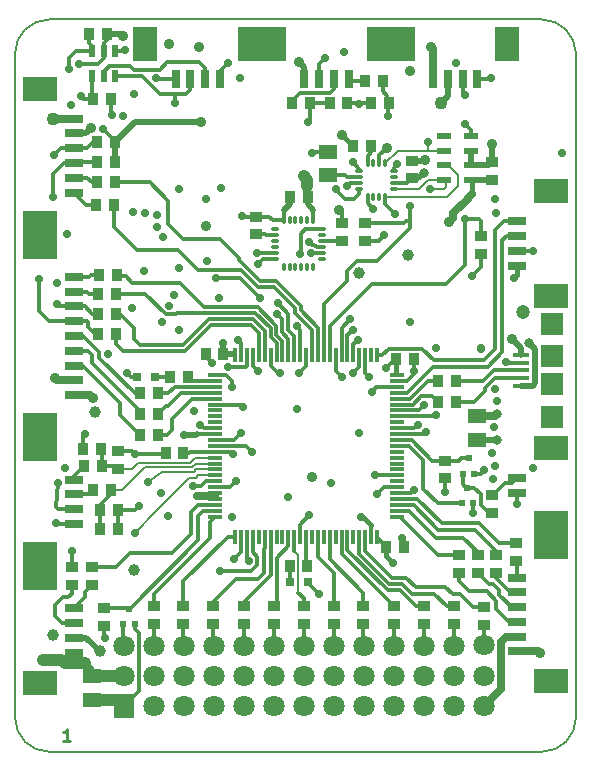
<source format=gbr>
G04 (created by PCBNEW (2013-may-18)-stable) date Ne 10. listopad 2013, 11:38:45 CET*
%MOIN*%
G04 Gerber Fmt 3.4, Leading zero omitted, Abs format*
%FSLAX34Y34*%
G01*
G70*
G90*
G04 APERTURE LIST*
%ADD10C,0.00590551*%
%ADD11C,0.00984252*%
%ADD12R,0.0512X0.0118*%
%ADD13R,0.0118X0.0512*%
%ADD14C,0.0708661*%
%ADD15R,0.0708661X0.0787*%
%ADD16R,0.0236X0.0394*%
%ADD17R,0.019685X0.023622*%
%ADD18R,0.0354X0.0394*%
%ADD19R,0.0394X0.0354*%
%ADD20R,0.0629921X0.0314961*%
%ADD21R,0.11811X0.0826772*%
%ADD22R,0.0826772X0.11811*%
%ADD23R,0.0314961X0.0629921*%
%ADD24R,0.0472X0.0236*%
%ADD25O,0.0315X0.011811*%
%ADD26O,0.011811X0.0315*%
%ADD27R,0.0314X0.0314*%
%ADD28R,0.0747X0.0747*%
%ADD29R,0.0531X0.0157*%
%ADD30R,0.053X0.0157*%
%ADD31R,0.059X0.0472*%
%ADD32R,0.059X0.0473*%
%ADD33C,0.0275591*%
%ADD34C,0.0393701*%
%ADD35C,0.0354331*%
%ADD36C,0.0314961*%
%ADD37C,0.0433071*%
%ADD38C,0.0472441*%
%ADD39C,0.011811*%
%ADD40C,0.019685*%
%ADD41C,0.015748*%
%ADD42C,0.0275591*%
%ADD43C,0.0393701*%
%ADD44C,0.00787402*%
G04 APERTURE END LIST*
G54D10*
G54D11*
X1643Y167D02*
X1419Y167D01*
X1531Y167D02*
X1531Y561D01*
X1494Y504D01*
X1456Y467D01*
X1419Y448D01*
G54D10*
X-196Y944D02*
G75*
G03X944Y-196I1141J0D01*
G74*
G01*
X944Y24212D02*
X17362Y24212D01*
X-196Y944D02*
X-196Y23070D01*
X17362Y-196D02*
X944Y-196D01*
X18503Y23070D02*
X18503Y944D01*
X17362Y-196D02*
G75*
G03X18503Y944I0J1141D01*
G74*
G01*
X944Y24212D02*
G75*
G03X-196Y23070I0J-1141D01*
G74*
G01*
X18503Y23070D02*
G75*
G03X17362Y24212I-1141J0D01*
G74*
G01*
G54D12*
X6485Y11772D03*
X6485Y11575D03*
X6485Y11378D03*
X6485Y11181D03*
X6485Y10984D03*
X6485Y12362D03*
X6485Y12165D03*
X6485Y11969D03*
X6485Y9213D03*
X6485Y9016D03*
X6485Y8819D03*
X6485Y8622D03*
X6485Y8425D03*
X6485Y8228D03*
X6485Y8031D03*
X6485Y7835D03*
G54D13*
X8523Y6978D03*
X8720Y6978D03*
X8916Y6978D03*
X9113Y6978D03*
X9310Y6978D03*
X9507Y6978D03*
X9704Y6978D03*
X9901Y6978D03*
X11672Y6978D03*
X11869Y6978D03*
G54D12*
X12529Y7638D03*
X12529Y7835D03*
X12529Y8031D03*
X12529Y8228D03*
X12529Y8425D03*
X12529Y8622D03*
X6485Y10787D03*
X6485Y10591D03*
X6485Y10394D03*
X6485Y7638D03*
G54D13*
X7145Y6978D03*
X7342Y6978D03*
X10098Y6978D03*
X10294Y6978D03*
X10491Y6978D03*
G54D12*
X12529Y8819D03*
X12529Y9016D03*
X12529Y9213D03*
X6485Y10197D03*
X6485Y10000D03*
X6485Y9803D03*
X6485Y9606D03*
X6485Y9409D03*
G54D13*
X7538Y6978D03*
X7735Y6978D03*
X7932Y6978D03*
X8129Y6978D03*
X8326Y6978D03*
X10688Y6978D03*
X10885Y6978D03*
X11082Y6978D03*
X11279Y6978D03*
X11476Y6978D03*
G54D12*
X12529Y9409D03*
X12529Y9606D03*
X12529Y9803D03*
X12529Y10000D03*
X12529Y10197D03*
X12529Y10394D03*
X12529Y10591D03*
X12529Y10787D03*
X12529Y10984D03*
X12529Y11181D03*
X12529Y11378D03*
X12529Y11575D03*
X12529Y11772D03*
X12529Y11969D03*
X12529Y12165D03*
X12529Y12362D03*
G54D13*
X11869Y13022D03*
X11672Y13022D03*
X11476Y13022D03*
X11279Y13022D03*
X11082Y13022D03*
X10885Y13022D03*
X10688Y13022D03*
X10491Y13022D03*
X10294Y13022D03*
X10098Y13022D03*
X9901Y13022D03*
X9704Y13022D03*
X9507Y13022D03*
X9310Y13022D03*
X9113Y13022D03*
X8916Y13022D03*
X8720Y13022D03*
X8523Y13022D03*
X8326Y13022D03*
X8129Y13022D03*
X7932Y13022D03*
X7735Y13022D03*
X7538Y13022D03*
X7342Y13022D03*
X7145Y13022D03*
G54D14*
X15433Y3346D03*
X15433Y2342D03*
X15433Y1338D03*
G54D15*
X3425Y1340D03*
G54D14*
X3425Y2340D03*
X4425Y1340D03*
X4425Y2340D03*
X5425Y1340D03*
X5425Y2340D03*
X6425Y1340D03*
X6425Y2340D03*
X7425Y1340D03*
X7425Y2340D03*
X8425Y1340D03*
X8425Y2340D03*
X9425Y1340D03*
X9425Y2340D03*
X10425Y1340D03*
X10425Y2340D03*
X11425Y1340D03*
X11425Y2340D03*
X12425Y1340D03*
X12425Y2340D03*
X3425Y3340D03*
X4425Y3340D03*
X5425Y3340D03*
X6425Y3340D03*
X7425Y3340D03*
X8425Y3340D03*
X9425Y3340D03*
X10425Y3340D03*
X11425Y3340D03*
X12425Y3340D03*
X13425Y1340D03*
X13425Y2340D03*
X13425Y3340D03*
X14425Y1340D03*
X14429Y2342D03*
X14425Y3340D03*
G54D16*
X3130Y23171D03*
X2380Y23171D03*
X2755Y23171D03*
X2380Y22339D03*
X3130Y22339D03*
X2755Y22339D03*
G54D17*
X3405Y4055D03*
X3799Y4055D03*
X3602Y4566D03*
X14688Y8094D03*
X15082Y8094D03*
X14885Y8606D03*
X14724Y9074D03*
X15118Y9074D03*
X14921Y9586D03*
G54D18*
X2420Y21574D03*
X3012Y21574D03*
X12264Y21417D03*
X11672Y21417D03*
G54D19*
X16496Y6752D03*
X16496Y6160D03*
G54D18*
X2578Y13740D03*
X3170Y13740D03*
X2578Y14409D03*
X3170Y14409D03*
X2538Y18779D03*
X3130Y18779D03*
X2499Y18031D03*
X3091Y18031D03*
G54D19*
X14133Y9508D03*
X14133Y8916D03*
X4429Y4054D03*
X4429Y4646D03*
X14429Y4054D03*
X14429Y4646D03*
X13425Y4054D03*
X13425Y4646D03*
X12421Y4054D03*
X12421Y4646D03*
X10433Y4054D03*
X10433Y4646D03*
X11417Y4054D03*
X11417Y4646D03*
X9429Y4054D03*
X9429Y4646D03*
X8425Y4054D03*
X8425Y4646D03*
X7421Y4054D03*
X7421Y4646D03*
X6417Y4054D03*
X6417Y4646D03*
X5413Y4054D03*
X5413Y4646D03*
G54D18*
X10294Y21417D03*
X10886Y21417D03*
X2578Y15078D03*
X3170Y15078D03*
X2617Y15708D03*
X3209Y15708D03*
G54D19*
X14606Y6358D03*
X14606Y5766D03*
X15236Y6358D03*
X15236Y5766D03*
X15826Y6358D03*
X15826Y5766D03*
X2775Y4587D03*
X2775Y3995D03*
G54D18*
X9034Y21417D03*
X9626Y21417D03*
G54D19*
X15433Y4034D03*
X15433Y4626D03*
G54D18*
X2538Y19448D03*
X3130Y19448D03*
X2538Y20118D03*
X3130Y20118D03*
G54D19*
X15712Y7766D03*
X15712Y8358D03*
G54D18*
X2105Y9330D03*
X2697Y9330D03*
X3229Y7874D03*
X2637Y7874D03*
X2420Y8523D03*
X3012Y8523D03*
G54D19*
X3248Y9823D03*
X3248Y9231D03*
X1692Y5373D03*
X1692Y5965D03*
X2362Y5373D03*
X2362Y5965D03*
G54D18*
X14508Y11456D03*
X13916Y11456D03*
X14508Y12165D03*
X13916Y12165D03*
X4967Y12307D03*
X5559Y12307D03*
X8955Y5984D03*
X9547Y5984D03*
G54D20*
X1771Y15629D03*
X1771Y15137D03*
X1771Y14645D03*
X1771Y14153D03*
X1771Y13661D03*
X1771Y13169D03*
X1771Y12677D03*
X1771Y12185D03*
X1771Y11692D03*
G54D21*
X629Y16633D03*
X629Y10688D03*
X629Y21909D03*
X629Y17440D03*
G54D20*
X1771Y20905D03*
X1771Y20413D03*
X1771Y19921D03*
X1771Y19429D03*
X1771Y18937D03*
X1771Y18444D03*
G54D21*
X17677Y2145D03*
X17677Y6614D03*
G54D20*
X16535Y3149D03*
X16535Y3641D03*
X16535Y4133D03*
X16535Y4625D03*
X16535Y5118D03*
X16535Y5610D03*
G54D21*
X17677Y15000D03*
X17677Y18484D03*
G54D20*
X16535Y16003D03*
X16535Y16496D03*
X16535Y16988D03*
X16535Y17480D03*
G54D22*
X16220Y23385D03*
X12736Y23385D03*
G54D23*
X15216Y22244D03*
X14724Y22244D03*
X14232Y22244D03*
X13740Y22244D03*
G54D21*
X629Y9881D03*
X629Y6397D03*
G54D20*
X1771Y8877D03*
X1771Y8385D03*
X1771Y7893D03*
X1771Y7401D03*
G54D21*
X629Y5590D03*
X629Y2106D03*
G54D20*
X1771Y4586D03*
X1771Y4094D03*
X1771Y3602D03*
X1771Y3110D03*
G54D22*
X11929Y23385D03*
X8444Y23385D03*
G54D23*
X10925Y22244D03*
X10433Y22244D03*
X9940Y22244D03*
X9448Y22244D03*
G54D22*
X7637Y23385D03*
X4153Y23385D03*
G54D23*
X6633Y22244D03*
X6141Y22244D03*
X5649Y22244D03*
X5157Y22244D03*
G54D20*
X16535Y8444D03*
X16535Y8937D03*
G54D21*
X17677Y7440D03*
X17677Y9940D03*
G54D24*
X15018Y18858D03*
X15018Y19350D03*
X15018Y19842D03*
X15018Y20334D03*
X14112Y20334D03*
X14112Y19842D03*
X14112Y19350D03*
X14112Y18858D03*
G54D25*
X12421Y18562D03*
X12421Y18759D03*
X12421Y18956D03*
X12421Y19153D03*
G54D26*
X12145Y19428D03*
X11948Y19428D03*
X11751Y19428D03*
X11555Y19428D03*
G54D25*
X11279Y19153D03*
X11279Y18957D03*
X11279Y18760D03*
X11279Y18563D03*
G54D26*
X11555Y18287D03*
X11751Y18287D03*
X11948Y18287D03*
X12145Y18287D03*
G54D27*
X4468Y12311D03*
X3878Y12311D03*
X8976Y5452D03*
X9566Y5452D03*
G54D26*
X8759Y15945D03*
X8956Y15945D03*
X9153Y15945D03*
X9349Y15945D03*
X9546Y15945D03*
X9743Y15945D03*
G54D25*
X10038Y16240D03*
X10038Y16437D03*
X10038Y16634D03*
X10038Y16830D03*
X10038Y17027D03*
X10038Y17224D03*
G54D26*
X9743Y17519D03*
X9546Y17519D03*
X9349Y17519D03*
X9153Y17519D03*
X8956Y17519D03*
X8759Y17519D03*
G54D25*
X8464Y17224D03*
X8464Y17027D03*
X8464Y16830D03*
X8464Y16634D03*
X8464Y16437D03*
X8464Y16240D03*
G54D28*
X17716Y12047D03*
X17716Y12991D03*
X17716Y14074D03*
X17716Y10964D03*
G54D29*
X16663Y12007D03*
G54D30*
X16663Y12264D03*
X16663Y12519D03*
X16663Y12774D03*
X16663Y13031D03*
G54D31*
X2362Y2323D03*
G54D32*
X2362Y1535D03*
G54D31*
X10236Y19015D03*
G54D32*
X10236Y19803D03*
G54D31*
X15212Y10192D03*
G54D32*
X15212Y10980D03*
G54D19*
X10692Y16833D03*
X10692Y17425D03*
G54D18*
X11673Y20000D03*
X11081Y20000D03*
G54D19*
X15708Y18877D03*
X15708Y19469D03*
G54D18*
X2085Y9881D03*
X2677Y9881D03*
G54D19*
X7822Y17050D03*
X7822Y17642D03*
G54D18*
X9555Y18299D03*
X8963Y18299D03*
G54D19*
X13031Y18916D03*
X13031Y19508D03*
G54D18*
X12184Y6633D03*
X12776Y6633D03*
X2263Y23740D03*
X2855Y23740D03*
X4822Y9763D03*
X5414Y9763D03*
X6752Y13051D03*
X6160Y13051D03*
X12499Y12893D03*
X13091Y12893D03*
X3229Y7224D03*
X2637Y7224D03*
X11475Y22165D03*
X12067Y22165D03*
G54D19*
X11484Y16833D03*
X11484Y17425D03*
X15322Y16392D03*
X15322Y16984D03*
G54D18*
X3979Y11751D03*
X4571Y11751D03*
X3975Y11066D03*
X4567Y11066D03*
X3987Y10370D03*
X4579Y10370D03*
G54D33*
X15039Y15665D03*
X12118Y17015D03*
G54D34*
X2484Y11137D03*
X1070Y3692D03*
G54D35*
X6003Y20799D03*
X4948Y23409D03*
X3409Y23661D03*
G54D33*
X6732Y13425D03*
G54D35*
X6165Y17338D03*
G54D33*
X2744Y20559D03*
X11279Y21409D03*
X6177Y18224D03*
X1921Y22724D03*
X12177Y12610D03*
G54D36*
X15870Y10185D03*
G54D33*
X14122Y8452D03*
X15070Y7775D03*
X5433Y10354D03*
X5748Y8657D03*
X7590Y6169D03*
X2799Y3594D03*
X12409Y6106D03*
X5881Y8334D03*
G54D35*
X9437Y18988D03*
G54D33*
X11740Y17909D03*
G54D36*
X13440Y19110D03*
G54D35*
X14255Y17452D03*
X12956Y22507D03*
X2389Y11610D03*
G54D37*
X1062Y20905D03*
G54D35*
X5921Y23279D03*
X9283Y22803D03*
X13669Y23295D03*
X17299Y3090D03*
G54D34*
X748Y2874D03*
G54D38*
X16740Y14476D03*
G54D33*
X3791Y7110D03*
X4232Y8787D03*
X15830Y17763D03*
X11062Y13870D03*
X15799Y18228D03*
X10976Y14232D03*
X9559Y20807D03*
X4940Y14677D03*
X5114Y15035D03*
X12232Y21011D03*
X4720Y14133D03*
X6909Y12625D03*
X7027Y11956D03*
X7066Y9712D03*
X17070Y16480D03*
X10141Y22929D03*
X6901Y22751D03*
X4519Y22251D03*
G54D35*
X12200Y19940D03*
X13480Y19543D03*
G54D33*
X10874Y18665D03*
G54D35*
X15692Y20047D03*
X10594Y17862D03*
G54D33*
X7362Y17653D03*
G54D37*
X14015Y21437D03*
G54D33*
X11059Y19452D03*
X9720Y19763D03*
G54D34*
X12901Y16377D03*
X11287Y15748D03*
G54D33*
X7244Y13543D03*
X17059Y9267D03*
G54D35*
X1141Y12263D03*
X2342Y20598D03*
G54D33*
X6657Y18610D03*
X1551Y17055D03*
X1192Y15429D03*
X5287Y18547D03*
X5259Y15929D03*
X6192Y16161D03*
X3539Y12437D03*
X5271Y13858D03*
X2893Y13078D03*
X6377Y12755D03*
X1602Y22547D03*
X5767Y11169D03*
X18043Y19771D03*
X16421Y15590D03*
X12972Y14137D03*
G54D35*
X16366Y13559D03*
G54D33*
X16531Y8078D03*
X15354Y13248D03*
X13854Y13259D03*
X15452Y9200D03*
G54D36*
X15870Y11051D03*
G54D33*
X8897Y8307D03*
X9200Y11240D03*
X2125Y10381D03*
X3937Y7992D03*
X3818Y9724D03*
G54D34*
X3779Y5866D03*
X2637Y3149D03*
G54D33*
X11259Y10433D03*
X13098Y12496D03*
X7047Y7637D03*
G54D35*
X9708Y8960D03*
G54D33*
X9614Y7681D03*
X10354Y8771D03*
X9940Y5059D03*
X4657Y8444D03*
X4893Y7645D03*
X7165Y8818D03*
X5984Y10708D03*
X12712Y6940D03*
X7106Y6212D03*
X12547Y19397D03*
X12968Y18003D03*
X14496Y22767D03*
X4102Y15822D03*
X10759Y23133D03*
X4728Y16964D03*
X7299Y22263D03*
X4551Y17283D03*
X3755Y21720D03*
X4535Y17708D03*
X9665Y16433D03*
X9267Y12433D03*
X9311Y16409D03*
X7905Y12496D03*
X14799Y20744D03*
X14811Y17574D03*
X11350Y7629D03*
X10488Y18551D03*
G54D35*
X10696Y20358D03*
G54D33*
X7330Y10421D03*
X7708Y9811D03*
X1240Y8751D03*
X1181Y7440D03*
X1192Y14744D03*
X1059Y18279D03*
X610Y15578D03*
X1118Y19696D03*
X15677Y22267D03*
X14818Y21708D03*
X7397Y11303D03*
X5133Y21440D03*
X2003Y21657D03*
X11692Y11811D03*
X8645Y12444D03*
X3692Y14610D03*
X1677Y21358D03*
X3476Y23196D03*
X3023Y21035D03*
X3732Y17787D03*
X3401Y21007D03*
X4137Y17748D03*
X15759Y10618D03*
X11228Y13535D03*
X15712Y9755D03*
X10700Y12283D03*
X15870Y11480D03*
X13511Y10456D03*
X15818Y11885D03*
X13224Y10696D03*
X15748Y8881D03*
X11610Y12291D03*
X15818Y9326D03*
X11074Y12433D03*
X1700Y6503D03*
X6645Y5838D03*
X13566Y20141D03*
X9610Y16803D03*
X8555Y14755D03*
X12476Y17724D03*
X7893Y16074D03*
X6598Y14925D03*
X8539Y14385D03*
X13649Y18562D03*
X7858Y16437D03*
X6496Y15586D03*
X7964Y14940D03*
X9196Y13980D03*
X13846Y11027D03*
G54D36*
X16952Y13440D03*
G54D33*
X16173Y12795D03*
X13452Y11354D03*
X1476Y9263D03*
X11811Y9015D03*
X11877Y8405D03*
X13110Y8539D03*
G54D39*
X15322Y16392D02*
X15322Y15948D01*
X15322Y15948D02*
X15039Y15665D01*
X11484Y16833D02*
X11936Y16833D01*
X11936Y16833D02*
X12118Y17015D01*
G54D40*
X3130Y19448D02*
X3130Y20118D01*
X3130Y20118D02*
X3811Y20799D01*
X3811Y20799D02*
X6003Y20799D01*
X2855Y23740D02*
X3330Y23740D01*
X4948Y23409D02*
X4948Y23413D01*
X3330Y23740D02*
X3409Y23661D01*
X6752Y13404D02*
X6732Y13425D01*
X6752Y13404D02*
X6752Y13051D01*
G54D39*
X3130Y20118D02*
X3130Y20172D01*
X3130Y20172D02*
X2744Y20559D01*
X10886Y21417D02*
X11271Y21417D01*
X11287Y21417D02*
X11672Y21417D01*
X11279Y21409D02*
X11287Y21417D01*
X11271Y21417D02*
X11279Y21409D01*
X2755Y23171D02*
X2755Y22917D01*
X2562Y22724D02*
X1921Y22724D01*
X2755Y22917D02*
X2562Y22724D01*
X2755Y23171D02*
X2755Y23429D01*
X2855Y23528D02*
X2855Y23740D01*
X2755Y23429D02*
X2855Y23528D01*
X12499Y12893D02*
X12460Y12893D01*
X12460Y12893D02*
X12177Y12610D01*
G54D40*
X15212Y10192D02*
X15862Y10192D01*
X15862Y10192D02*
X15870Y10185D01*
G54D39*
X14133Y8916D02*
X14133Y8464D01*
X14133Y8464D02*
X14122Y8452D01*
X15082Y8094D02*
X15082Y7787D01*
X15082Y7787D02*
X15070Y7775D01*
G54D40*
X5866Y10394D02*
X5826Y10354D01*
X5826Y10354D02*
X5433Y10354D01*
G54D39*
X6485Y10394D02*
X5866Y10394D01*
X6485Y8819D02*
X6165Y8819D01*
X6003Y8657D02*
X5748Y8657D01*
X6165Y8819D02*
X6003Y8657D01*
X7538Y6220D02*
X7590Y6169D01*
X7538Y6978D02*
X7538Y6220D01*
X2775Y3995D02*
X2775Y3618D01*
X2775Y3618D02*
X2799Y3594D01*
G54D41*
X12184Y6633D02*
X12184Y6331D01*
X12184Y6331D02*
X12409Y6106D01*
G54D39*
X6485Y8425D02*
X6485Y8228D01*
X6485Y8228D02*
X6484Y8229D01*
X6484Y8229D02*
X6484Y8338D01*
G54D42*
X6484Y8338D02*
X6480Y8334D01*
X6480Y8334D02*
X5881Y8334D01*
G54D39*
X7145Y13022D02*
X7096Y13022D01*
G54D40*
X7096Y13022D02*
X7066Y13051D01*
X7066Y13051D02*
X6752Y13051D01*
G54D41*
X12499Y12893D02*
X12499Y12436D01*
G54D39*
X12496Y12395D02*
X12529Y12362D01*
X12496Y12433D02*
X12496Y12395D01*
G54D41*
X12499Y12436D02*
X12496Y12433D01*
G54D39*
X11869Y6978D02*
X11869Y6948D01*
X11869Y6948D02*
X12184Y6633D01*
G54D40*
X9555Y18644D02*
X9555Y18299D01*
X9547Y18653D02*
X9555Y18644D01*
G54D43*
X9547Y18877D02*
X9547Y18653D01*
X9437Y18988D02*
X9547Y18877D01*
G54D39*
X11555Y18287D02*
X11555Y18094D01*
X11555Y18094D02*
X11740Y17909D01*
G54D40*
X13247Y18916D02*
X13031Y18916D01*
X13440Y19110D02*
X13247Y18916D01*
G54D41*
X15035Y18841D02*
X15018Y18858D01*
X15035Y18409D02*
X15035Y18841D01*
G54D42*
X14897Y18271D02*
X15035Y18409D01*
X14897Y18244D02*
X14897Y18271D01*
X14413Y17759D02*
X14897Y18244D01*
X14413Y17610D02*
X14413Y17759D01*
X14255Y17452D02*
X14413Y17610D01*
G54D40*
X15708Y18877D02*
X15037Y18877D01*
X15037Y18877D02*
X15018Y18858D01*
G54D39*
X12421Y18759D02*
X12874Y18759D01*
X12874Y18759D02*
X13031Y18916D01*
X9743Y17519D02*
X9743Y17858D01*
G54D40*
X9743Y17858D02*
X9555Y18046D01*
X9555Y18046D02*
X9555Y18299D01*
G54D42*
X2307Y11692D02*
X1771Y11692D01*
X2389Y11610D02*
X2307Y11692D01*
X1062Y20905D02*
X1771Y20905D01*
G54D40*
X9448Y22637D02*
X9448Y22244D01*
X9283Y22803D02*
X9448Y22637D01*
G54D42*
X13740Y23224D02*
X13740Y22244D01*
X13669Y23295D02*
X13740Y23224D01*
X17299Y3090D02*
X17240Y3149D01*
X17240Y3149D02*
X16535Y3149D01*
G54D43*
X2125Y2755D02*
X1456Y2755D01*
X1338Y2874D02*
X748Y2874D01*
X1456Y2755D02*
X1338Y2874D01*
G54D40*
X2362Y2323D02*
X2362Y2519D01*
X2362Y2519D02*
X2125Y2755D01*
X2125Y2755D02*
X1771Y3110D01*
G54D43*
X3425Y2340D02*
X2379Y2340D01*
X2379Y2340D02*
X2362Y2323D01*
G54D44*
X6485Y9016D02*
X5913Y9016D01*
X4511Y7830D02*
X3791Y7110D01*
X5110Y8429D02*
X4511Y7830D01*
X5610Y8929D02*
X5110Y8429D01*
X5826Y8929D02*
X5610Y8929D01*
X5913Y9016D02*
X5826Y8929D01*
X6485Y9213D02*
X5848Y9213D01*
X4692Y9133D02*
X4232Y8787D01*
X5768Y9133D02*
X4692Y9133D01*
X5848Y9213D02*
X5768Y9133D01*
X6485Y9409D02*
X5826Y9409D01*
X3366Y8523D02*
X3012Y8523D01*
X4129Y9287D02*
X3366Y8523D01*
X5705Y9287D02*
X4129Y9287D01*
X5826Y9409D02*
X5705Y9287D01*
G54D39*
X2637Y7874D02*
X2637Y8030D01*
X3012Y8406D02*
X3012Y8523D01*
X2637Y8030D02*
X3012Y8406D01*
X2637Y7224D02*
X2637Y7874D01*
G54D44*
X6485Y9606D02*
X5806Y9606D01*
X3700Y9231D02*
X3248Y9231D01*
X3909Y9440D02*
X3700Y9231D01*
X5641Y9440D02*
X3909Y9440D01*
X5806Y9606D02*
X5641Y9440D01*
G54D39*
X2697Y9330D02*
X3148Y9330D01*
X3148Y9330D02*
X3248Y9231D01*
X2697Y9330D02*
X2697Y9862D01*
X2697Y9862D02*
X2677Y9881D01*
X10885Y13022D02*
X10885Y13692D01*
X10885Y13692D02*
X11062Y13870D01*
X10688Y13022D02*
X10688Y13944D01*
X10688Y13944D02*
X10976Y14232D01*
X6485Y11575D02*
X5712Y11575D01*
X4870Y10370D02*
X4579Y10370D01*
X5039Y10539D02*
X4870Y10370D01*
X5039Y10901D02*
X5039Y10539D01*
X5712Y11575D02*
X5039Y10901D01*
X6485Y11772D02*
X5331Y11772D01*
X4843Y11342D02*
X4567Y11066D01*
X4901Y11342D02*
X4843Y11342D01*
X5331Y11772D02*
X4901Y11342D01*
X6485Y11969D02*
X5126Y11969D01*
X4909Y11751D02*
X4571Y11751D01*
X5126Y11969D02*
X4909Y11751D01*
X8129Y13022D02*
X8129Y13839D01*
X3295Y14409D02*
X3170Y14409D01*
X3783Y13921D02*
X3295Y14409D01*
X3783Y13559D02*
X3783Y13921D01*
X3976Y13366D02*
X3783Y13559D01*
X5404Y13366D02*
X3976Y13366D01*
X6270Y14232D02*
X5404Y13366D01*
X7737Y14232D02*
X6270Y14232D01*
X8129Y13839D02*
X7737Y14232D01*
X7932Y13022D02*
X7932Y13763D01*
X3170Y13408D02*
X3170Y13740D01*
X3405Y13173D02*
X3170Y13408D01*
X5484Y13173D02*
X3405Y13173D01*
X6350Y14039D02*
X5484Y13173D01*
X7657Y14039D02*
X6350Y14039D01*
X7932Y13763D02*
X7657Y14039D01*
X14606Y6358D02*
X13900Y6358D01*
X12621Y7638D02*
X12529Y7638D01*
X13900Y6358D02*
X12621Y7638D01*
X15826Y6358D02*
X15826Y6507D01*
X12529Y8027D02*
X12529Y8031D01*
X13094Y8027D02*
X12529Y8027D01*
X13913Y7208D02*
X13094Y8027D01*
X15125Y7208D02*
X13913Y7208D01*
X15826Y6507D02*
X15125Y7208D01*
X16496Y6752D02*
X15940Y6752D01*
X13216Y8228D02*
X12529Y8228D01*
X14027Y7417D02*
X13216Y8228D01*
X15275Y7417D02*
X14027Y7417D01*
X15940Y6752D02*
X15275Y7417D01*
X15236Y6358D02*
X15236Y6456D01*
X12952Y7835D02*
X12529Y7835D01*
X13842Y6944D02*
X12952Y7835D01*
X14748Y6944D02*
X13842Y6944D01*
X15236Y6456D02*
X14748Y6944D01*
X8523Y13022D02*
X8523Y13413D01*
X4137Y15078D02*
X3170Y15078D01*
X4822Y14393D02*
X4137Y15078D01*
X5169Y14393D02*
X4822Y14393D01*
X5200Y14425D02*
X5169Y14393D01*
X7817Y14425D02*
X5200Y14425D01*
X8322Y13919D02*
X7817Y14425D01*
X8322Y13614D02*
X8322Y13919D01*
X8523Y13413D02*
X8322Y13614D01*
X8720Y13022D02*
X8720Y13495D01*
X3272Y15645D02*
X3209Y15708D01*
X3511Y15645D02*
X3272Y15645D01*
X3720Y15437D02*
X3511Y15645D01*
X5291Y15437D02*
X3720Y15437D01*
X6110Y14618D02*
X5291Y15437D01*
X7897Y14618D02*
X6110Y14618D01*
X8515Y13999D02*
X7897Y14618D01*
X8515Y13700D02*
X8515Y13999D01*
X8720Y13495D02*
X8515Y13700D01*
X9626Y21417D02*
X10294Y21417D01*
X9626Y20874D02*
X9626Y21417D01*
X9559Y20807D02*
X9626Y20874D01*
X12232Y21011D02*
X12232Y21385D01*
X12067Y21826D02*
X12067Y22165D01*
X12220Y21673D02*
X12067Y21826D01*
X12220Y21396D02*
X12220Y21673D01*
X12232Y21385D02*
X12220Y21396D01*
X12232Y21011D02*
X12264Y21044D01*
X7538Y13022D02*
X7538Y12660D01*
X7503Y12625D02*
X6909Y12625D01*
X7538Y12660D02*
X7503Y12625D01*
X6485Y12362D02*
X6826Y12362D01*
X7027Y12161D02*
X7027Y11956D01*
X6826Y12362D02*
X7027Y12161D01*
X16535Y16496D02*
X17055Y16496D01*
X6976Y9803D02*
X6485Y9803D01*
X7066Y9712D02*
X6976Y9803D01*
X17055Y16496D02*
X17070Y16480D01*
X5414Y9763D02*
X5614Y9763D01*
X5653Y9803D02*
X6485Y9803D01*
X5614Y9763D02*
X5653Y9803D01*
X11869Y13022D02*
X12053Y13022D01*
X16118Y17480D02*
X16535Y17480D01*
X15818Y17181D02*
X16118Y17480D01*
X15818Y13236D02*
X15818Y17181D01*
X15433Y12850D02*
X15818Y13236D01*
X13763Y12850D02*
X15433Y12850D01*
X13377Y13236D02*
X13763Y12850D01*
X12267Y13236D02*
X13377Y13236D01*
X12053Y13022D02*
X12267Y13236D01*
X12529Y11772D02*
X12866Y11772D01*
X16188Y16988D02*
X16535Y16988D01*
X16047Y16846D02*
X16188Y16988D01*
X16047Y13122D02*
X16047Y16846D01*
X15562Y12637D02*
X16047Y13122D01*
X13732Y12637D02*
X15562Y12637D01*
X12866Y11772D02*
X13732Y12637D01*
X9940Y22728D02*
X10141Y22929D01*
X9940Y22728D02*
X9940Y22244D01*
X6633Y22484D02*
X6901Y22751D01*
X6633Y22484D02*
X6633Y22244D01*
X4527Y22244D02*
X4519Y22251D01*
X5157Y22244D02*
X4527Y22244D01*
X11948Y19428D02*
X11948Y19688D01*
X11948Y19688D02*
X12200Y19940D01*
G54D40*
X13031Y19508D02*
X13445Y19508D01*
X13445Y19508D02*
X13480Y19543D01*
G54D39*
X11279Y18760D02*
X10968Y18760D01*
X10968Y18760D02*
X10874Y18665D01*
G54D40*
X15018Y19350D02*
X15018Y19842D01*
X15018Y19350D02*
X15589Y19350D01*
X15692Y19453D02*
X15692Y20047D01*
X15589Y19350D02*
X15692Y19453D01*
G54D39*
X10692Y17425D02*
X10692Y17763D01*
X10692Y17763D02*
X10594Y17862D01*
X7822Y17642D02*
X7373Y17642D01*
X7373Y17642D02*
X7362Y17653D01*
G54D40*
X14232Y22244D02*
X14232Y21653D01*
X14232Y21653D02*
X14015Y21437D01*
G54D39*
X11279Y19153D02*
X11279Y19231D01*
X11279Y19231D02*
X11059Y19452D01*
X10236Y19803D02*
X9760Y19803D01*
X9760Y19803D02*
X9720Y19763D01*
X7342Y13444D02*
X7244Y13543D01*
X7342Y13444D02*
X7342Y13022D01*
X7822Y17642D02*
X8270Y17642D01*
X8394Y17519D02*
X8759Y17519D01*
X8270Y17642D02*
X8394Y17519D01*
X8759Y17519D02*
X8759Y17866D01*
G54D40*
X8963Y18070D02*
X8963Y18299D01*
X8759Y17866D02*
X8963Y18070D01*
G54D42*
X1771Y12185D02*
X1220Y12185D01*
X1220Y12185D02*
X1141Y12263D01*
G54D40*
X2177Y20413D02*
X2342Y20598D01*
X2177Y20413D02*
X1771Y20413D01*
G54D39*
X6661Y18606D02*
X6657Y18610D01*
X5259Y15929D02*
X5263Y15929D01*
X6192Y16161D02*
X6196Y16161D01*
X3665Y12311D02*
X3878Y12311D01*
X3539Y12437D02*
X3665Y12311D01*
X5263Y13866D02*
X5259Y13866D01*
X5271Y13858D02*
X5263Y13866D01*
X6160Y12973D02*
X6377Y12755D01*
X6160Y12973D02*
X6160Y13051D01*
X2380Y23171D02*
X1841Y23171D01*
X1602Y22933D02*
X1602Y22547D01*
X1841Y23171D02*
X1602Y22933D01*
X2380Y23171D02*
X2380Y23315D01*
X2263Y23433D02*
X2263Y23740D01*
X2380Y23315D02*
X2263Y23433D01*
X18043Y19771D02*
X18039Y19775D01*
G54D41*
X16535Y15704D02*
X16535Y16003D01*
X16421Y15590D02*
X16535Y15704D01*
G54D40*
X16663Y13261D02*
X16366Y13559D01*
X16663Y13261D02*
X16663Y13031D01*
G54D39*
X16535Y8082D02*
X16531Y8078D01*
X16535Y8082D02*
X16535Y8444D01*
G54D42*
X15350Y13244D02*
X15350Y13240D01*
X15354Y13248D02*
X15350Y13244D01*
X16535Y3641D02*
X16185Y3641D01*
X16003Y1909D02*
X15433Y1338D01*
X16003Y3460D02*
X16003Y1909D01*
X16185Y3641D02*
X16003Y3460D01*
G54D39*
X15118Y9074D02*
X15326Y9074D01*
X15326Y9074D02*
X15452Y9200D01*
G54D42*
X15212Y10980D02*
X15799Y10980D01*
X15799Y10980D02*
X15870Y11051D01*
G54D40*
X9196Y11244D02*
X9196Y11275D01*
X9200Y11240D02*
X9196Y11244D01*
G54D39*
X2085Y9881D02*
X2085Y10341D01*
X2085Y10341D02*
X2125Y10381D01*
X3229Y7874D02*
X3818Y7874D01*
X3818Y7874D02*
X3937Y7992D01*
X3818Y9724D02*
X4782Y9724D01*
X4782Y9724D02*
X4822Y9763D01*
X3248Y9823D02*
X3719Y9823D01*
X3719Y9823D02*
X3818Y9724D01*
X3229Y7224D02*
X3229Y7874D01*
G54D40*
X1771Y3602D02*
X2185Y3602D01*
X2185Y3602D02*
X2637Y3149D01*
G54D43*
X2362Y1535D02*
X3230Y1535D01*
X3230Y1535D02*
X3425Y1340D01*
G54D39*
X12529Y12165D02*
X12873Y12165D01*
X13091Y12503D02*
X13098Y12496D01*
X13091Y12503D02*
X13091Y12893D01*
X13098Y12389D02*
X13098Y12496D01*
X12873Y12165D02*
X13098Y12389D01*
X9310Y7377D02*
X9614Y7681D01*
X9310Y6978D02*
X9310Y7377D01*
X3799Y4055D02*
X3799Y3885D01*
X3925Y1840D02*
X3425Y1340D01*
X3925Y3759D02*
X3925Y1840D01*
X3799Y3885D02*
X3925Y3759D01*
X9566Y5452D02*
X9566Y5433D01*
X9566Y5433D02*
X9940Y5059D01*
G54D40*
X4665Y8452D02*
X4665Y8468D01*
X4657Y8444D02*
X4665Y8452D01*
G54D39*
X6485Y8622D02*
X6968Y8622D01*
X6968Y8622D02*
X7165Y8818D01*
X6485Y10591D02*
X6101Y10591D01*
X6101Y10591D02*
X5984Y10708D01*
X12776Y6633D02*
X12776Y6877D01*
X12776Y6877D02*
X12712Y6940D01*
X7342Y6978D02*
X7342Y6449D01*
X7342Y6449D02*
X7106Y6212D01*
X9704Y13022D02*
X9704Y13862D01*
X3091Y17298D02*
X3091Y18031D01*
X3870Y16519D02*
X3091Y17298D01*
X5251Y16519D02*
X3870Y16519D01*
X5905Y15866D02*
X5251Y16519D01*
X7330Y15866D02*
X5905Y15866D01*
X7889Y15307D02*
X7330Y15866D01*
X8421Y15307D02*
X7889Y15307D01*
X9129Y14598D02*
X8421Y15307D01*
X9129Y14437D02*
X9129Y14598D01*
X9704Y13862D02*
X9129Y14437D01*
X9901Y13022D02*
X9901Y13937D01*
X4291Y18779D02*
X3130Y18779D01*
X4897Y18173D02*
X4291Y18779D01*
X4897Y17397D02*
X4897Y18173D01*
X5389Y16905D02*
X4897Y17397D01*
X6645Y16905D02*
X5389Y16905D01*
X7275Y16275D02*
X6645Y16905D01*
X7275Y16194D02*
X7275Y16275D01*
X7969Y15500D02*
X7275Y16194D01*
X8501Y15500D02*
X7969Y15500D01*
X9322Y14678D02*
X8501Y15500D01*
X9322Y14516D02*
X9322Y14678D01*
X9901Y13937D02*
X9322Y14516D01*
X11484Y17425D02*
X12756Y17425D01*
X12822Y17492D02*
X12968Y17492D01*
X12756Y17425D02*
X12822Y17492D01*
X10098Y13022D02*
X10098Y14744D01*
X12421Y19271D02*
X12421Y19153D01*
X12547Y19397D02*
X12421Y19271D01*
X12968Y17267D02*
X12968Y17492D01*
X12968Y17492D02*
X12968Y18003D01*
X11866Y16165D02*
X12968Y17267D01*
X11200Y16165D02*
X11866Y16165D01*
X10858Y15822D02*
X11200Y16165D01*
X10858Y15503D02*
X10858Y15822D01*
X10098Y14744D02*
X10858Y15503D01*
X4728Y16964D02*
X4724Y16964D01*
X4535Y17708D02*
X4527Y17716D01*
X9507Y13022D02*
X9507Y12673D01*
X9669Y16437D02*
X10038Y16437D01*
X9665Y16433D02*
X9669Y16437D01*
X9507Y12673D02*
X9267Y12433D01*
X7735Y13022D02*
X7735Y12665D01*
X9480Y17224D02*
X10038Y17224D01*
X9322Y17066D02*
X9480Y17224D01*
X9322Y16421D02*
X9322Y17066D01*
X9311Y16409D02*
X9322Y16421D01*
X7735Y12665D02*
X7905Y12496D01*
X15322Y16984D02*
X15322Y17511D01*
X15259Y17574D02*
X14811Y17574D01*
X15322Y17511D02*
X15259Y17574D01*
X10294Y13022D02*
X10294Y13995D01*
X15018Y20524D02*
X15018Y20334D01*
X14799Y20744D02*
X15018Y20524D01*
X14811Y16035D02*
X14811Y17574D01*
X14177Y15401D02*
X14811Y16035D01*
X11700Y15401D02*
X14177Y15401D01*
X10294Y13995D02*
X11700Y15401D01*
X11672Y6978D02*
X11672Y7374D01*
G54D41*
X11417Y7629D02*
X11350Y7629D01*
X11672Y7374D02*
X11417Y7629D01*
G54D39*
X10236Y19015D02*
X10803Y19015D01*
X10861Y18957D02*
X11279Y18957D01*
X10803Y19015D02*
X10861Y18957D01*
X11673Y20000D02*
X11673Y19788D01*
X11555Y19669D02*
X11555Y19428D01*
X11673Y19788D02*
X11555Y19669D01*
X10488Y18551D02*
X10618Y18413D01*
X11279Y18409D02*
X11279Y18563D01*
X11098Y18228D02*
X11279Y18409D01*
X10803Y18228D02*
X11098Y18228D01*
X10618Y18413D02*
X10803Y18228D01*
G54D41*
X11081Y20000D02*
X11055Y20000D01*
G54D39*
X10488Y18551D02*
X10488Y18551D01*
G54D41*
X11055Y20000D02*
X10696Y20358D01*
G54D39*
X8955Y5984D02*
X8955Y5473D01*
X8955Y5473D02*
X8976Y5452D01*
X4967Y12307D02*
X4472Y12307D01*
X4472Y12307D02*
X4468Y12311D01*
X6485Y10197D02*
X7106Y10197D01*
X7106Y10197D02*
X7330Y10421D01*
X6485Y10000D02*
X7519Y10000D01*
X7519Y10000D02*
X7708Y9811D01*
X10038Y16830D02*
X10689Y16830D01*
X10689Y16830D02*
X10692Y16833D01*
X7822Y17050D02*
X8154Y17050D01*
X8177Y17027D02*
X8464Y17027D01*
X8154Y17050D02*
X8177Y17027D01*
X15433Y4034D02*
X15433Y3346D01*
X3405Y4055D02*
X3405Y3360D01*
X3405Y3360D02*
X3425Y3340D01*
X4429Y4054D02*
X4429Y3344D01*
X4429Y3344D02*
X4425Y3340D01*
X5413Y4054D02*
X5413Y3352D01*
X5413Y3352D02*
X5425Y3340D01*
X6417Y4054D02*
X6417Y3348D01*
X6417Y3348D02*
X6425Y3340D01*
X7421Y4054D02*
X7421Y3344D01*
X7421Y3344D02*
X7425Y3340D01*
X14429Y4054D02*
X14429Y3344D01*
X14429Y3344D02*
X14425Y3340D01*
X11475Y22165D02*
X11003Y22165D01*
X11003Y22165D02*
X10925Y22244D01*
X9034Y21417D02*
X9034Y21499D01*
X10433Y21893D02*
X10433Y22244D01*
X10314Y21775D02*
X10433Y21893D01*
X9311Y21775D02*
X10314Y21775D01*
X9034Y21499D02*
X9311Y21775D01*
X3979Y11751D02*
X3799Y11751D01*
X2082Y13661D02*
X1771Y13661D01*
X2614Y13129D02*
X2082Y13661D01*
X2614Y12937D02*
X2614Y13129D01*
X3799Y11751D02*
X2614Y12937D01*
X3975Y11066D02*
X3975Y11170D01*
X2232Y13169D02*
X1771Y13169D01*
X2377Y13023D02*
X2232Y13169D01*
X2377Y12767D02*
X2377Y13023D01*
X3975Y11170D02*
X2377Y12767D01*
X3987Y10370D02*
X3964Y10370D01*
X2066Y12677D02*
X1771Y12677D01*
X3318Y11425D02*
X2066Y12677D01*
X3318Y11015D02*
X3318Y11425D01*
X3964Y10370D02*
X3318Y11015D01*
X1771Y8385D02*
X2282Y8385D01*
X2282Y8385D02*
X2420Y8523D01*
X1771Y8877D02*
X1771Y8996D01*
X1771Y8996D02*
X2105Y9330D01*
X1240Y7893D02*
X1771Y7893D01*
X1181Y7952D02*
X1240Y7893D01*
X1240Y8751D02*
X1181Y7952D01*
X1220Y7401D02*
X1771Y7401D01*
X1181Y7440D02*
X1220Y7401D01*
X2617Y15708D02*
X2354Y15708D01*
X2275Y15629D02*
X1771Y15629D01*
X2354Y15708D02*
X2275Y15629D01*
X2499Y18031D02*
X2185Y18031D01*
X2185Y18031D02*
X1771Y18444D01*
X2538Y18779D02*
X2370Y18779D01*
X2212Y18937D02*
X1771Y18937D01*
X2370Y18779D02*
X2212Y18937D01*
X1771Y15137D02*
X2208Y15137D01*
X2267Y15078D02*
X2578Y15078D01*
X2208Y15137D02*
X2267Y15078D01*
X1771Y19429D02*
X1437Y19429D01*
X1291Y14645D02*
X1771Y14645D01*
X1192Y14744D02*
X1291Y14645D01*
X1059Y19051D02*
X1059Y18279D01*
X1437Y19429D02*
X1059Y19051D01*
X1771Y14645D02*
X2141Y14645D01*
X2141Y14645D02*
X2377Y14409D01*
X2377Y14409D02*
X2578Y14409D01*
X2538Y19448D02*
X1791Y19448D01*
X1791Y19448D02*
X1771Y19429D01*
X1771Y19921D02*
X1342Y19921D01*
X944Y14153D02*
X1771Y14153D01*
X614Y14484D02*
X944Y14153D01*
X614Y15574D02*
X614Y14484D01*
X610Y15578D02*
X614Y15574D01*
X1342Y19921D02*
X1118Y19696D01*
X2578Y13740D02*
X2468Y13740D01*
X2468Y13740D02*
X2251Y13956D01*
X2251Y13956D02*
X2251Y14118D01*
X2251Y14118D02*
X2216Y14153D01*
X2216Y14153D02*
X1771Y14153D01*
X2538Y20118D02*
X2409Y20118D01*
X2212Y19921D02*
X1771Y19921D01*
X2409Y20118D02*
X2212Y19921D01*
X16663Y12519D02*
X15755Y12519D01*
X15401Y12165D02*
X14508Y12165D01*
X15755Y12519D02*
X15401Y12165D01*
X16663Y12264D02*
X15800Y12264D01*
X15090Y11456D02*
X14508Y11456D01*
X15460Y11826D02*
X15090Y11456D01*
X15460Y11925D02*
X15460Y11826D01*
X15800Y12264D02*
X15460Y11925D01*
X1771Y4094D02*
X1377Y4094D01*
X1692Y5078D02*
X1692Y5373D01*
X1574Y4960D02*
X1692Y5078D01*
X1417Y4960D02*
X1574Y4960D01*
X1141Y4685D02*
X1417Y4960D01*
X1141Y4330D02*
X1141Y4685D01*
X1377Y4094D02*
X1141Y4330D01*
X1771Y4586D02*
X1771Y4606D01*
X2125Y5137D02*
X2362Y5373D01*
X2125Y4960D02*
X2125Y5137D01*
X1771Y4606D02*
X2125Y4960D01*
X15653Y22244D02*
X15216Y22244D01*
X15677Y22267D02*
X15653Y22244D01*
X14724Y21803D02*
X14724Y22244D01*
X14818Y21708D02*
X14724Y21803D01*
X6485Y11378D02*
X7322Y11378D01*
X7322Y11378D02*
X7397Y11303D01*
X5133Y21440D02*
X5133Y21716D01*
X3130Y22339D02*
X4022Y22339D01*
X5649Y21877D02*
X5649Y22244D01*
X5488Y21716D02*
X5649Y21877D01*
X4645Y21716D02*
X5133Y21716D01*
X5133Y21716D02*
X5488Y21716D01*
X4022Y22339D02*
X4645Y21716D01*
X2086Y21574D02*
X2420Y21574D01*
X2003Y21657D02*
X2086Y21574D01*
X2420Y21574D02*
X2380Y21614D01*
X2380Y21614D02*
X2380Y22339D01*
X2755Y22339D02*
X2755Y22476D01*
X6141Y22586D02*
X6141Y22244D01*
X5937Y22791D02*
X6141Y22586D01*
X4885Y22791D02*
X5937Y22791D01*
X4633Y22539D02*
X4885Y22791D01*
X3780Y22539D02*
X4633Y22539D01*
X3646Y22673D02*
X3780Y22539D01*
X2952Y22673D02*
X3646Y22673D01*
X2755Y22476D02*
X2952Y22673D01*
X13425Y4054D02*
X13425Y3340D01*
X12421Y4054D02*
X12421Y3344D01*
X12421Y3344D02*
X12425Y3340D01*
X10433Y4054D02*
X10433Y3348D01*
X10433Y3348D02*
X10425Y3340D01*
X11417Y4054D02*
X11417Y3348D01*
X11417Y3348D02*
X11425Y3340D01*
X9429Y4054D02*
X9429Y3344D01*
X9429Y3344D02*
X9425Y3340D01*
X8425Y4054D02*
X8425Y3340D01*
X16535Y4625D02*
X16358Y4625D01*
X15617Y5385D02*
X15236Y5766D01*
X15750Y5385D02*
X15617Y5385D01*
X15952Y5184D02*
X15750Y5385D01*
X15952Y5032D02*
X15952Y5184D01*
X16358Y4625D02*
X15952Y5032D01*
X16535Y5118D02*
X16291Y5118D01*
X15826Y5582D02*
X15826Y5766D01*
X16291Y5118D02*
X15826Y5582D01*
X16535Y5610D02*
X16535Y6121D01*
X16535Y6121D02*
X16496Y6160D01*
X16535Y4133D02*
X16283Y4133D01*
X14606Y5492D02*
X14606Y5766D01*
X14948Y5149D02*
X14606Y5492D01*
X15531Y5149D02*
X14948Y5149D01*
X15854Y4826D02*
X15531Y5149D01*
X15854Y4562D02*
X15854Y4826D01*
X16283Y4133D02*
X15854Y4562D01*
X15712Y8358D02*
X15740Y8358D01*
X16358Y8759D02*
X16535Y8937D01*
X16141Y8759D02*
X16358Y8759D01*
X15740Y8358D02*
X16141Y8759D01*
X15712Y7766D02*
X15603Y7766D01*
X14724Y8728D02*
X14724Y9074D01*
X14846Y8606D02*
X14724Y8728D01*
X15118Y8606D02*
X14846Y8606D01*
X15334Y8389D02*
X15118Y8606D01*
X15334Y8035D02*
X15334Y8389D01*
X15603Y7766D02*
X15334Y8035D01*
X6485Y12165D02*
X5701Y12165D01*
X5701Y12165D02*
X5559Y12307D01*
X12529Y11969D02*
X11850Y11969D01*
X11850Y11969D02*
X11692Y11811D01*
X9507Y6978D02*
X9507Y6024D01*
X9507Y6024D02*
X9547Y5984D01*
X8326Y13022D02*
X8326Y12677D01*
X8559Y12444D02*
X8645Y12444D01*
X8326Y12677D02*
X8559Y12444D01*
X3476Y23196D02*
X3451Y23171D01*
X3451Y23171D02*
X3130Y23171D01*
X3012Y21046D02*
X3012Y21574D01*
X3023Y21035D02*
X3012Y21046D01*
X4429Y4646D02*
X4429Y5074D01*
X6295Y7447D02*
X6485Y7638D01*
X6295Y6940D02*
X6295Y7447D01*
X4429Y5074D02*
X6295Y6940D01*
X13425Y4646D02*
X13180Y4646D01*
X10881Y6978D02*
X10885Y6978D01*
X10881Y6523D02*
X10881Y6978D01*
X12224Y5181D02*
X10881Y6523D01*
X12645Y5181D02*
X12224Y5181D01*
X13180Y4646D02*
X12645Y5181D01*
X14429Y4646D02*
X14188Y4646D01*
X11279Y6398D02*
X11279Y6978D01*
X12274Y5404D02*
X11279Y6398D01*
X12713Y5404D02*
X12274Y5404D01*
X13039Y5078D02*
X12713Y5404D01*
X13755Y5078D02*
X13039Y5078D01*
X14188Y4646D02*
X13755Y5078D01*
X11476Y6978D02*
X11476Y6509D01*
X15062Y4626D02*
X15433Y4626D01*
X14641Y5047D02*
X15062Y4626D01*
X14389Y5047D02*
X14641Y5047D01*
X14153Y5283D02*
X14389Y5047D01*
X13177Y5283D02*
X14153Y5283D01*
X12850Y5610D02*
X13177Y5283D01*
X12376Y5610D02*
X12850Y5610D01*
X11476Y6509D02*
X12376Y5610D01*
X5413Y4646D02*
X5413Y5492D01*
X6899Y6978D02*
X7145Y6978D01*
X5413Y5492D02*
X6899Y6978D01*
X6417Y4646D02*
X6417Y4803D01*
X8129Y6598D02*
X8129Y6978D01*
X8090Y6559D02*
X8129Y6598D01*
X8090Y5759D02*
X8090Y6559D01*
X8023Y5692D02*
X8090Y5759D01*
X8023Y5681D02*
X8023Y5692D01*
X7893Y5551D02*
X8023Y5681D01*
X7165Y5551D02*
X7893Y5551D01*
X6417Y4803D02*
X7165Y5551D01*
X7421Y4646D02*
X7421Y4799D01*
X8322Y6978D02*
X8326Y6978D01*
X8322Y5700D02*
X8322Y6978D01*
X7421Y4799D02*
X8322Y5700D01*
X8916Y6978D02*
X8916Y6649D01*
X8535Y4756D02*
X8425Y4646D01*
X8535Y6267D02*
X8535Y4756D01*
X8916Y6649D02*
X8535Y6267D01*
X9113Y6978D02*
X9113Y6504D01*
X9429Y4929D02*
X9429Y4646D01*
X9251Y5106D02*
X9429Y4929D01*
G54D44*
X9251Y6366D02*
X9251Y5106D01*
X9113Y6504D02*
X9251Y6366D01*
G54D39*
X10433Y4646D02*
X10433Y5755D01*
X9901Y6287D02*
X9901Y6978D01*
X10433Y5755D02*
X9901Y6287D01*
X11417Y4646D02*
X11417Y5094D01*
X10294Y6216D02*
X10294Y6978D01*
X11417Y5094D02*
X10294Y6216D01*
X12421Y4646D02*
X12421Y4649D01*
X10688Y6381D02*
X10688Y6978D01*
X12421Y4649D02*
X10688Y6381D01*
X2775Y4587D02*
X3581Y4587D01*
X3581Y4587D02*
X3602Y4566D01*
X3602Y4566D02*
X3622Y4566D01*
X6063Y7835D02*
X6485Y7835D01*
X5905Y7677D02*
X6063Y7835D01*
X5905Y6850D02*
X5905Y7677D01*
X3622Y4566D02*
X5905Y6850D01*
X11082Y13022D02*
X11082Y13389D01*
X11082Y13389D02*
X11228Y13535D01*
X10491Y13022D02*
X10491Y12492D01*
X10491Y12492D02*
X10700Y12283D01*
X12529Y10394D02*
X13449Y10394D01*
X13449Y10394D02*
X13511Y10456D01*
X12529Y10591D02*
X13118Y10591D01*
X13118Y10591D02*
X13224Y10696D01*
X11476Y13022D02*
X11476Y12424D01*
X11476Y12424D02*
X11610Y12291D01*
X11279Y13022D02*
X11279Y12638D01*
X11279Y12638D02*
X11074Y12433D01*
X2362Y5965D02*
X3170Y5965D01*
X6485Y8027D02*
X6485Y8031D01*
X5901Y8027D02*
X6485Y8027D01*
X5669Y7795D02*
X5901Y8027D01*
X5669Y7047D02*
X5669Y7795D01*
X5039Y6417D02*
X5669Y7047D01*
X3622Y6417D02*
X5039Y6417D01*
X3170Y5965D02*
X3622Y6417D01*
X7735Y6978D02*
X7735Y6445D01*
X1692Y6496D02*
X1692Y5965D01*
X1700Y6503D02*
X1692Y6496D01*
X7685Y5838D02*
X6645Y5838D01*
X7885Y6039D02*
X7685Y5838D01*
X7885Y6295D02*
X7885Y6039D01*
X7735Y6445D02*
X7885Y6295D01*
G54D44*
X13570Y20137D02*
X13570Y19842D01*
X13566Y20141D02*
X13570Y20137D01*
G54D39*
X9861Y16634D02*
X10038Y16634D01*
X9787Y16708D02*
X9861Y16634D01*
X9704Y16708D02*
X9787Y16708D01*
X9610Y16803D02*
X9704Y16708D01*
X9113Y13022D02*
X9113Y13648D01*
X8901Y14409D02*
X8555Y14755D01*
X8901Y13860D02*
X8901Y14409D01*
X9113Y13648D02*
X8901Y13860D01*
G54D44*
X14112Y19842D02*
X13570Y19842D01*
X13570Y19842D02*
X12559Y19842D01*
X12559Y19842D02*
X12145Y19428D01*
G54D39*
X12145Y18055D02*
X12145Y18287D01*
X12476Y17724D02*
X12145Y18055D01*
X8059Y16240D02*
X8464Y16240D01*
X7893Y16074D02*
X8059Y16240D01*
X8916Y13022D02*
X8916Y13572D01*
X8708Y14216D02*
X8539Y14385D01*
X8708Y13780D02*
X8708Y14216D01*
X8916Y13572D02*
X8708Y13780D01*
G54D44*
X14112Y19350D02*
X14232Y19350D01*
X14232Y19350D02*
X14566Y19015D01*
X14566Y19015D02*
X14566Y18661D01*
X14566Y18661D02*
X14193Y18287D01*
X14193Y18287D02*
X12145Y18287D01*
X13649Y18562D02*
X14102Y18562D01*
X14165Y18805D02*
X14112Y18858D01*
X14165Y18625D02*
X14165Y18805D01*
X14102Y18562D02*
X14165Y18625D01*
X13649Y18562D02*
X13645Y18566D01*
G54D39*
X7858Y16437D02*
X8464Y16437D01*
X7858Y16437D02*
X7858Y16437D01*
X9310Y13022D02*
X9310Y13866D01*
X7318Y15586D02*
X6496Y15586D01*
X7964Y14940D02*
X7318Y15586D01*
X9310Y13866D02*
X9196Y13980D01*
G54D44*
X14112Y18858D02*
X13645Y18858D01*
X13287Y18562D02*
X12421Y18562D01*
X13582Y18858D02*
X13287Y18562D01*
X13645Y18858D02*
X13582Y18858D01*
G54D39*
X14133Y9508D02*
X13715Y9508D01*
X13027Y10197D02*
X12529Y10197D01*
X13715Y9508D02*
X13027Y10197D01*
X14133Y9508D02*
X14595Y9508D01*
X14673Y9586D02*
X14921Y9586D01*
X14595Y9508D02*
X14673Y9586D01*
X14688Y8094D02*
X13893Y8094D01*
X12529Y10004D02*
X12529Y10000D01*
X12947Y10004D02*
X12529Y10004D01*
X13420Y9530D02*
X12947Y10004D01*
X13420Y8567D02*
X13420Y9530D01*
X13893Y8094D02*
X13420Y8567D01*
X12529Y11378D02*
X13060Y11378D01*
X13711Y11661D02*
X13916Y11456D01*
X13343Y11661D02*
X13711Y11661D01*
X13060Y11378D02*
X13343Y11661D01*
X13916Y12165D02*
X13574Y12165D01*
X12984Y11575D02*
X12529Y11575D01*
X13574Y12165D02*
X12984Y11575D01*
X13802Y10984D02*
X12529Y10984D01*
X13846Y11027D02*
X13802Y10984D01*
G54D40*
X16663Y12007D02*
X17062Y12007D01*
X17153Y13240D02*
X16952Y13440D01*
X17153Y12098D02*
X17153Y13240D01*
X17062Y12007D02*
X17153Y12098D01*
G54D39*
X12529Y11181D02*
X13279Y11181D01*
X16193Y12774D02*
X16663Y12774D01*
X16173Y12795D02*
X16193Y12774D01*
X13279Y11181D02*
X13452Y11354D01*
X12529Y9016D02*
X11811Y9016D01*
X11811Y9016D02*
X11811Y9015D01*
X12529Y8622D02*
X12094Y8622D01*
X12094Y8622D02*
X11877Y8405D01*
X12529Y8425D02*
X12995Y8425D01*
X12995Y8425D02*
X13110Y8539D01*
M02*

</source>
